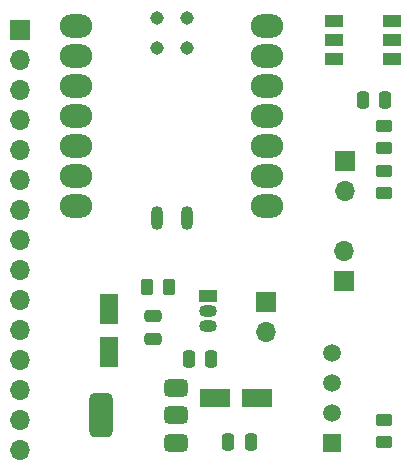
<source format=gbr>
%TF.GenerationSoftware,KiCad,Pcbnew,8.0.1*%
%TF.CreationDate,2024-05-28T12:59:40-03:00*%
%TF.ProjectId,ESP32C6-dev-board,45535033-3243-4362-9d64-65762d626f61,rev?*%
%TF.SameCoordinates,Original*%
%TF.FileFunction,Soldermask,Top*%
%TF.FilePolarity,Negative*%
%FSLAX46Y46*%
G04 Gerber Fmt 4.6, Leading zero omitted, Abs format (unit mm)*
G04 Created by KiCad (PCBNEW 8.0.1) date 2024-05-28 12:59:40*
%MOMM*%
%LPD*%
G01*
G04 APERTURE LIST*
G04 Aperture macros list*
%AMRoundRect*
0 Rectangle with rounded corners*
0 $1 Rounding radius*
0 $2 $3 $4 $5 $6 $7 $8 $9 X,Y pos of 4 corners*
0 Add a 4 corners polygon primitive as box body*
4,1,4,$2,$3,$4,$5,$6,$7,$8,$9,$2,$3,0*
0 Add four circle primitives for the rounded corners*
1,1,$1+$1,$2,$3*
1,1,$1+$1,$4,$5*
1,1,$1+$1,$6,$7*
1,1,$1+$1,$8,$9*
0 Add four rect primitives between the rounded corners*
20,1,$1+$1,$2,$3,$4,$5,0*
20,1,$1+$1,$4,$5,$6,$7,0*
20,1,$1+$1,$6,$7,$8,$9,0*
20,1,$1+$1,$8,$9,$2,$3,0*%
G04 Aperture macros list end*
%ADD10R,1.700000X1.700000*%
%ADD11O,1.700000X1.700000*%
%ADD12RoundRect,0.250000X0.475000X-0.250000X0.475000X0.250000X-0.475000X0.250000X-0.475000X-0.250000X0*%
%ADD13RoundRect,0.250000X0.550000X-1.050000X0.550000X1.050000X-0.550000X1.050000X-0.550000X-1.050000X0*%
%ADD14RoundRect,0.250000X0.450000X-0.262500X0.450000X0.262500X-0.450000X0.262500X-0.450000X-0.262500X0*%
%ADD15O,2.748280X1.998980*%
%ADD16O,1.016000X2.032000*%
%ADD17C,1.143000*%
%ADD18RoundRect,0.250000X-0.450000X0.262500X-0.450000X-0.262500X0.450000X-0.262500X0.450000X0.262500X0*%
%ADD19RoundRect,0.250000X-1.050000X-0.550000X1.050000X-0.550000X1.050000X0.550000X-1.050000X0.550000X0*%
%ADD20R,1.500000X1.500000*%
%ADD21C,1.500000*%
%ADD22RoundRect,0.250000X0.262500X0.450000X-0.262500X0.450000X-0.262500X-0.450000X0.262500X-0.450000X0*%
%ADD23R,1.500000X1.050000*%
%ADD24O,1.500000X1.050000*%
%ADD25RoundRect,0.250000X0.250000X0.475000X-0.250000X0.475000X-0.250000X-0.475000X0.250000X-0.475000X0*%
%ADD26RoundRect,0.375000X0.625000X0.375000X-0.625000X0.375000X-0.625000X-0.375000X0.625000X-0.375000X0*%
%ADD27RoundRect,0.500000X0.500000X1.400000X-0.500000X1.400000X-0.500000X-1.400000X0.500000X-1.400000X0*%
%ADD28R,1.500000X1.000000*%
%ADD29RoundRect,0.250000X-0.250000X-0.475000X0.250000X-0.475000X0.250000X0.475000X-0.250000X0.475000X0*%
G04 APERTURE END LIST*
D10*
%TO.C,J2*%
X144780000Y-103881000D03*
D11*
X144780000Y-106421000D03*
%TD*%
D12*
%TO.C,C3*%
X135250000Y-107000000D03*
X135250000Y-105100000D03*
%TD*%
D13*
%TO.C,C1*%
X131500000Y-108100000D03*
X131500000Y-104500000D03*
%TD*%
D14*
%TO.C,R4*%
X154750000Y-90825000D03*
X154750000Y-89000000D03*
%TD*%
D15*
%TO.C,U1*%
X128718710Y-80500490D03*
X128718710Y-83040490D03*
X128718710Y-85580490D03*
X128718710Y-88120490D03*
X128718710Y-90660490D03*
X128718710Y-93200490D03*
X128718710Y-95740490D03*
X144883270Y-95740490D03*
X144883270Y-93200490D03*
X144883270Y-90660490D03*
X144883270Y-88120490D03*
X144883270Y-85580490D03*
X144883270Y-83040490D03*
X144883270Y-80500490D03*
D16*
X135585590Y-96818310D03*
X138135590Y-96818310D03*
D17*
X135584393Y-79814123D03*
X138124393Y-79814123D03*
X135584393Y-82354123D03*
X138124393Y-82354123D03*
%TD*%
D18*
%TO.C,R2*%
X154750000Y-113925000D03*
X154750000Y-115750000D03*
%TD*%
D19*
%TO.C,C2*%
X140450000Y-112000000D03*
X144050000Y-112000000D03*
%TD*%
D10*
%TO.C,J4*%
X151500000Y-91975000D03*
D11*
X151500000Y-94515000D03*
%TD*%
D20*
%TO.C,U4*%
X150368000Y-115790000D03*
D21*
X150368000Y-113250000D03*
X150368000Y-110710000D03*
X150368000Y-108170000D03*
%TD*%
D22*
%TO.C,R1*%
X136548500Y-102616000D03*
X134723500Y-102616000D03*
%TD*%
D23*
%TO.C,U3*%
X139848000Y-103378000D03*
D24*
X139848000Y-104648000D03*
X139848000Y-105918000D03*
%TD*%
D10*
%TO.C,J1*%
X123952000Y-80840000D03*
D11*
X123952000Y-83380000D03*
X123952000Y-85920000D03*
X123952000Y-88460000D03*
X123952000Y-91000000D03*
X123952000Y-93540000D03*
X123952000Y-96080000D03*
X123952000Y-98620000D03*
X123952000Y-101160000D03*
X123952000Y-103700000D03*
X123952000Y-106240000D03*
X123952000Y-108780000D03*
X123952000Y-111320000D03*
X123952000Y-113860000D03*
X123952000Y-116400000D03*
%TD*%
D10*
%TO.C,J3*%
X151384000Y-102108000D03*
D11*
X151384000Y-99568000D03*
%TD*%
D25*
%TO.C,C6*%
X154900000Y-86750000D03*
X153000000Y-86750000D03*
%TD*%
D18*
%TO.C,R3*%
X154750000Y-92837500D03*
X154750000Y-94662500D03*
%TD*%
D26*
%TO.C,U2*%
X137150000Y-115800000D03*
X137150000Y-113500000D03*
D27*
X130850000Y-113500000D03*
D26*
X137150000Y-111200000D03*
%TD*%
D25*
%TO.C,C5*%
X140142000Y-108712000D03*
X138242000Y-108712000D03*
%TD*%
D28*
%TO.C,D1*%
X150548000Y-80112000D03*
X150548000Y-81712000D03*
X150548000Y-83312000D03*
X155448000Y-83312000D03*
X155448000Y-81712000D03*
X155448000Y-80112000D03*
%TD*%
D29*
%TO.C,C4*%
X141600000Y-115750000D03*
X143500000Y-115750000D03*
%TD*%
M02*

</source>
